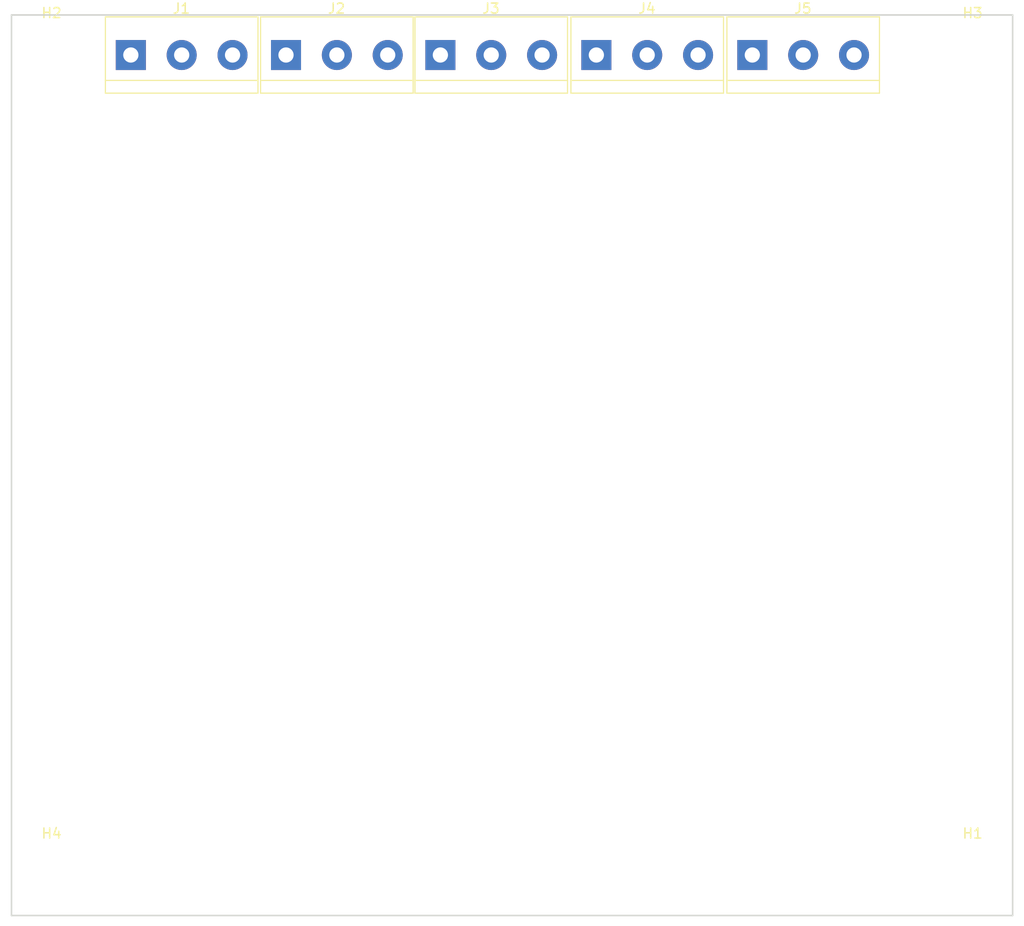
<source format=kicad_pcb>
(kicad_pcb (version 20211014) (generator pcbnew)
  (layers (0 "F.Cu" signal) (31 "B.Cu" signal) (34 "B.Paste" user) (35 "F.Paste" user) (36 "B.SilkS" user "B.Silkscreen") (37 "F.SilkS" user "F.Silkscreen") (38 "B.Mask" user) (39 "F.Mask" user) (44 "Edge.Cuts" user))
  (net 0 "")
  (footprint "MountingHole:MountingHole_3.2mm_M3" (layer "F.Cu") (at 74 116)
    (fp_text reference "H4" (at 0 -4.2) (layer "F.SilkS"))
    (fp_text value "MountingHole")
    (pad "" np_thru_hole circle (at 0 0) (size 3.2 3.2) (drill 3.2) (layers *.Cu *.Mask))
  )
  (footprint "TerminalBlock:TerminalBlock_bornier-3_P5.08mm" (layer "F.Cu") (at 128.42 34)
    (fp_text reference "J4" (at 5.05 -4.65) (layer "F.SilkS"))
    (fp_text value "Screw_Terminal_01x03")
    (fp_line (start 12.7 3.81) (end 12.7 -3.81) (layer "F.SilkS") (width 0.12))
    (fp_line (start -2.54 2.54) (end 12.7 2.54) (layer "F.SilkS") (width 0.12))
    (fp_line (start -2.54 3.81) (end 12.7 3.81) (layer "F.SilkS") (width 0.12))
    (fp_line (start -2.54 3.81) (end -2.54 -3.81) (layer "F.SilkS") (width 0.12))
    (fp_line (start -2.54 -3.81) (end 12.7 -3.81) (layer "F.SilkS") (width 0.12))
    (pad "1" thru_hole rect (at 0 0) (size 3 3) (drill 1.52) (layers *.Cu *.Mask))
    (pad "2" thru_hole circle (at 5.08 0) (size 3 3) (drill 1.52) (layers *.Cu *.Mask))
    (pad "3" thru_hole circle (at 10.16 0) (size 3 3) (drill 1.52) (layers *.Cu *.Mask))
  )
  (footprint "MountingHole:MountingHole_3.2mm_M3" (layer "F.Cu") (at 166 116)
    (fp_text reference "H1" (at 0 -4.2) (layer "F.SilkS"))
    (fp_text value "MountingHole")
    (pad "" np_thru_hole circle (at 0 0) (size 3.2 3.2) (drill 3.2) (layers *.Cu *.Mask))
  )
  (footprint "TerminalBlock:TerminalBlock_bornier-3_P5.08mm" (layer "F.Cu") (at 81.92 34)
    (fp_text reference "J1" (at 5.05 -4.65) (layer "F.SilkS"))
    (fp_text value "Screw_Terminal_01x03")
    (fp_line (start -2.54 3.81) (end 12.7 3.81) (layer "F.SilkS") (width 0.12))
    (fp_line (start -2.54 2.54) (end 12.7 2.54) (layer "F.SilkS") (width 0.12))
    (fp_line (start -2.54 3.81) (end -2.54 -3.81) (layer "F.SilkS") (width 0.12))
    (fp_line (start -2.54 -3.81) (end 12.7 -3.81) (layer "F.SilkS") (width 0.12))
    (fp_line (start 12.7 3.81) (end 12.7 -3.81) (layer "F.SilkS") (width 0.12))
    (pad "1" thru_hole rect (at 0 0) (size 3 3) (drill 1.52) (layers *.Cu *.Mask))
    (pad "2" thru_hole circle (at 5.08 0) (size 3 3) (drill 1.52) (layers *.Cu *.Mask))
    (pad "3" thru_hole circle (at 10.16 0) (size 3 3) (drill 1.52) (layers *.Cu *.Mask))
  )
  (footprint "TerminalBlock:TerminalBlock_bornier-3_P5.08mm" (layer "F.Cu") (at 144 34)
    (fp_text reference "J5" (at 5.05 -4.65) (layer "F.SilkS"))
    (fp_text value "Screw_Terminal_01x03")
    (fp_line (start -2.54 3.81) (end -2.54 -3.81) (layer "F.SilkS") (width 0.12))
    (fp_line (start -2.54 3.81) (end 12.7 3.81) (layer "F.SilkS") (width 0.12))
    (fp_line (start -2.54 -3.81) (end 12.7 -3.81) (layer "F.SilkS") (width 0.12))
    (fp_line (start 12.7 3.81) (end 12.7 -3.81) (layer "F.SilkS") (width 0.12))
    (fp_line (start -2.54 2.54) (end 12.7 2.54) (layer "F.SilkS") (width 0.12))
    (pad "1" thru_hole rect (at 0 0) (size 3 3) (drill 1.52) (layers *.Cu *.Mask))
    (pad "2" thru_hole circle (at 5.08 0) (size 3 3) (drill 1.52) (layers *.Cu *.Mask))
    (pad "3" thru_hole circle (at 10.16 0) (size 3 3) (drill 1.52) (layers *.Cu *.Mask))
  )
  (footprint "TerminalBlock:TerminalBlock_bornier-3_P5.08mm" (layer "F.Cu") (at 112.84 34)
    (fp_text reference "J3" (at 5.05 -4.65) (layer "F.SilkS"))
    (fp_text value "Screw_Terminal_01x03")
    (fp_line (start -2.54 3.81) (end 12.7 3.81) (layer "F.SilkS") (width 0.12))
    (fp_line (start 12.7 3.81) (end 12.7 -3.81) (layer "F.SilkS") (width 0.12))
    (fp_line (start -2.54 3.81) (end -2.54 -3.81) (layer "F.SilkS") (width 0.12))
    (fp_line (start -2.54 2.54) (end 12.7 2.54) (layer "F.SilkS") (width 0.12))
    (fp_line (start -2.54 -3.81) (end 12.7 -3.81) (layer "F.SilkS") (width 0.12))
    (pad "1" thru_hole rect (at 0 0) (size 3 3) (drill 1.52) (layers *.Cu *.Mask))
    (pad "2" thru_hole circle (at 5.08 0) (size 3 3) (drill 1.52) (layers *.Cu *.Mask))
    (pad "3" thru_hole circle (at 10.16 0) (size 3 3) (drill 1.52) (layers *.Cu *.Mask))
  )
  (footprint "MountingHole:MountingHole_3.2mm_M3" (layer "F.Cu") (at 74 34)
    (fp_text reference "H2" (at 0 -4.2) (layer "F.SilkS"))
    (fp_text value "MountingHole")
    (pad "" np_thru_hole circle (at 0 0) (size 3.2 3.2) (drill 3.2) (layers *.Cu *.Mask))
  )
  (footprint "MountingHole:MountingHole_3.2mm_M3" (layer "F.Cu") (at 166 34)
    (fp_text reference "H3" (at 0 -4.2) (layer "F.SilkS"))
    (fp_text value "MountingHole")
    (pad "" np_thru_hole circle (at 0 0) (size 3.2 3.2) (drill 3.2) (layers *.Cu *.Mask))
  )
  (footprint "TerminalBlock:TerminalBlock_bornier-3_P5.08mm" (layer "F.Cu") (at 97.42 34)
    (fp_text reference "J2" (at 5.05 -4.65) (layer "F.SilkS"))
    (fp_text value "Screw_Terminal_01x03")
    (fp_line (start -2.54 3.81) (end -2.54 -3.81) (layer "F.SilkS") (width 0.12))
    (fp_line (start -2.54 2.54) (end 12.7 2.54) (layer "F.SilkS") (width 0.12))
    (fp_line (start 12.7 3.81) (end 12.7 -3.81) (layer "F.SilkS") (width 0.12))
    (fp_line (start -2.54 3.81) (end 12.7 3.81) (layer "F.SilkS") (width 0.12))
    (fp_line (start -2.54 -3.81) (end 12.7 -3.81) (layer "F.SilkS") (width 0.12))
    (pad "1" thru_hole rect (at 0 0) (size 3 3) (drill 1.52) (layers *.Cu *.Mask))
    (pad "2" thru_hole circle (at 5.08 0) (size 3 3) (drill 1.52) (layers *.Cu *.Mask))
    (pad "3" thru_hole circle (at 10.16 0) (size 3 3) (drill 1.52) (layers *.Cu *.Mask))
  )
  (gr_line (start 70 30) (end 170 30) (layer "Edge.Cuts") (width 0.15))
  (gr_line (start 170 30) (end 170 120) (layer "Edge.Cuts") (width 0.15))
  (gr_line (start 70 120) (end 70 30) (layer "Edge.Cuts") (width 0.15))
  (gr_line (start 170 120) (end 70 120) (layer "Edge.Cuts") (width 0.15))
)
</source>
